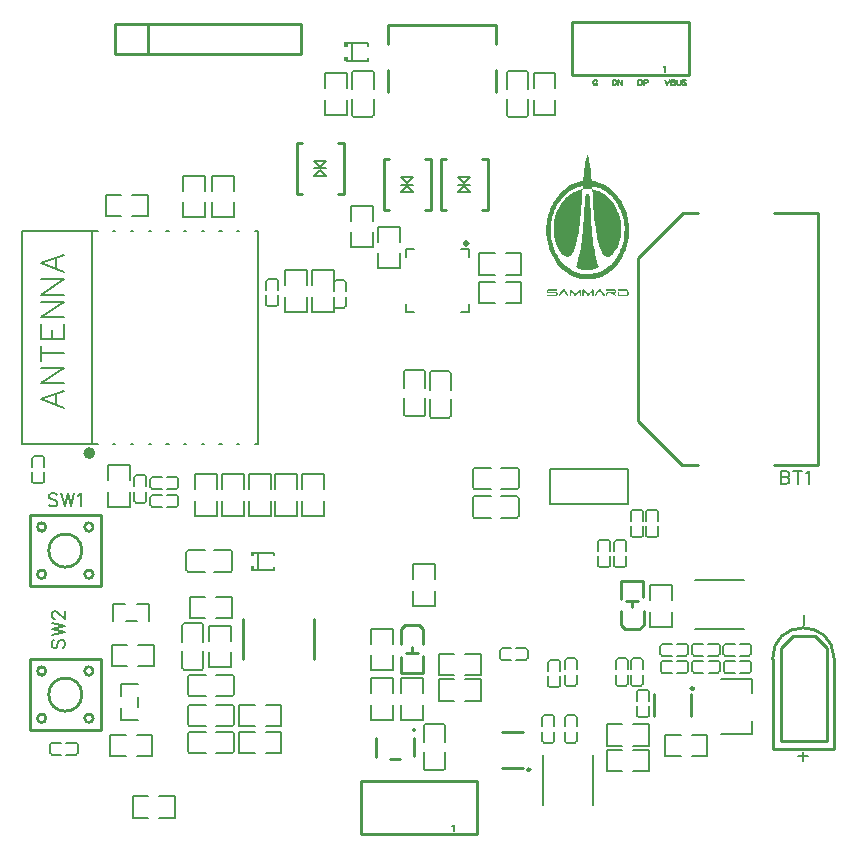
<source format=gto>
G04 Layer: TopSilkscreenLayer*
G04 EasyEDA v6.5.51, 2025-09-17 03:18:51*
G04 4aee9cc30035422d88a860af958d7afb,d57bd40a603b42be9e37e0d49851eb9c,10*
G04 Gerber Generator version 0.2*
G04 Scale: 100 percent, Rotated: No, Reflected: No *
G04 Dimensions in inches *
G04 leading zeros omitted , absolute positions ,3 integer and 6 decimal *
%FSLAX36Y36*%
%MOIN*%

%ADD10C,0.0080*%
%ADD11C,0.0060*%
%ADD12C,0.0100*%
%ADD13C,0.0060*%
%ADD14C,0.0050*%
%ADD15C,0.0079*%
%ADD16C,0.0118*%
%ADD17C,0.0197*%
%ADD18C,0.0194*%

%LPD*%
G36*
X1910280Y-459460D02*
G01*
X1909720Y-460540D01*
X1908680Y-463140D01*
X1907440Y-466900D01*
X1904920Y-476360D01*
X1903140Y-485460D01*
X1901660Y-494200D01*
X1899139Y-513000D01*
X1897580Y-527660D01*
X1896020Y-546080D01*
X1895760Y-547560D01*
X1890760Y-548320D01*
X1886020Y-549280D01*
X1881080Y-550480D01*
X1877920Y-551380D01*
X1872040Y-553280D01*
X1867840Y-554860D01*
X1862120Y-557260D01*
X1857960Y-559240D01*
X1852620Y-562100D01*
X1847300Y-565280D01*
X1844120Y-567300D01*
X1838400Y-571320D01*
X1831279Y-576980D01*
X1826940Y-580880D01*
X1822260Y-585400D01*
X1815080Y-593180D01*
X1809740Y-599740D01*
X1804460Y-606980D01*
X1801040Y-612260D01*
X1796639Y-619580D01*
X1794139Y-624280D01*
X1789860Y-633020D01*
X1785820Y-642740D01*
X1784180Y-647240D01*
X1782520Y-652200D01*
X1781360Y-655980D01*
X1779259Y-663540D01*
X1778040Y-668520D01*
X1776279Y-677600D01*
X1775460Y-682740D01*
X1774360Y-691560D01*
X1773860Y-697580D01*
X1773420Y-704659D01*
X1773420Y-712000D01*
X1788120Y-712000D01*
X1788300Y-702540D01*
X1789100Y-692620D01*
X1790080Y-685120D01*
X1791120Y-678900D01*
X1793580Y-667800D01*
X1795760Y-660240D01*
X1797980Y-653620D01*
X1799440Y-649599D01*
X1802720Y-641800D01*
X1805280Y-636380D01*
X1810080Y-627380D01*
X1813300Y-622180D01*
X1817100Y-616520D01*
X1821440Y-610600D01*
X1829120Y-601620D01*
X1835820Y-595000D01*
X1839580Y-591640D01*
X1846500Y-586100D01*
X1853000Y-581620D01*
X1860340Y-577280D01*
X1864480Y-575140D01*
X1867240Y-573860D01*
X1872560Y-571640D01*
X1878520Y-569420D01*
X1884139Y-567740D01*
X1892740Y-565800D01*
X1894680Y-565520D01*
X1894420Y-569240D01*
X1894180Y-575400D01*
X1893779Y-575980D01*
X1892760Y-575980D01*
X1887300Y-577160D01*
X1883360Y-578120D01*
X1879100Y-579320D01*
X1874960Y-580780D01*
X1871000Y-582340D01*
X1867840Y-583720D01*
X1862700Y-586260D01*
X1855000Y-590860D01*
X1850460Y-594040D01*
X1845120Y-598260D01*
X1840760Y-602180D01*
X1837020Y-605880D01*
X1835240Y-607760D01*
X1827120Y-617460D01*
X1825520Y-619580D01*
X1821720Y-625120D01*
X1818400Y-630460D01*
X1814440Y-637560D01*
X1811980Y-642520D01*
X1809440Y-647940D01*
X1806720Y-654560D01*
X1805140Y-658820D01*
X1802940Y-665440D01*
X1801380Y-671340D01*
X1800540Y-676420D01*
X1799780Y-681740D01*
X1798980Y-688600D01*
X1798580Y-693319D01*
X1798180Y-699479D01*
X1798020Y-708680D01*
X1798360Y-719320D01*
X1798779Y-724280D01*
X1799340Y-729140D01*
X1800360Y-735860D01*
X1801140Y-739880D01*
X1802500Y-745740D01*
X1803480Y-749340D01*
X1804660Y-753120D01*
X1805920Y-756760D01*
X1808920Y-764220D01*
X1811620Y-769800D01*
X1814460Y-774860D01*
X1816579Y-778180D01*
X1819880Y-782900D01*
X1823580Y-787420D01*
X1825940Y-790000D01*
X1830500Y-794280D01*
X1835240Y-798100D01*
X1837600Y-799460D01*
X1840820Y-800500D01*
X1844920Y-800500D01*
X1847480Y-799840D01*
X1849460Y-799040D01*
X1852260Y-797440D01*
X1855600Y-794620D01*
X1859079Y-790460D01*
X1861900Y-785980D01*
X1864580Y-780660D01*
X1868000Y-772140D01*
X1871140Y-762580D01*
X1873520Y-754060D01*
X1874700Y-749340D01*
X1876840Y-739700D01*
X1878839Y-729720D01*
X1880780Y-718860D01*
X1882980Y-704900D01*
X1884940Y-690480D01*
X1886720Y-675900D01*
X1888480Y-659060D01*
X1890480Y-636840D01*
X1891660Y-621480D01*
X1892640Y-606580D01*
X1893640Y-588860D01*
X1894000Y-580600D01*
X1894280Y-575980D01*
X1926579Y-575980D01*
X1927420Y-593480D01*
X1928620Y-613440D01*
X1930200Y-635180D01*
X1931960Y-655040D01*
X1933740Y-672520D01*
X1935740Y-689539D01*
X1937740Y-704200D01*
X1939720Y-716960D01*
X1941240Y-725699D01*
X1943440Y-737159D01*
X1946420Y-750520D01*
X1947620Y-755240D01*
X1949580Y-762340D01*
X1952000Y-769900D01*
X1954720Y-776979D01*
X1957880Y-784020D01*
X1960520Y-788560D01*
X1963680Y-793000D01*
X1966459Y-795699D01*
X1968880Y-797640D01*
X1971200Y-798980D01*
X1973980Y-800000D01*
X1975600Y-800500D01*
X1979900Y-800480D01*
X1982080Y-799840D01*
X1984040Y-799040D01*
X1985640Y-798080D01*
X1991240Y-793480D01*
X1994720Y-790240D01*
X2000200Y-783840D01*
X2003640Y-779120D01*
X2007800Y-772380D01*
X2010860Y-766440D01*
X2011680Y-764700D01*
X2014139Y-758800D01*
X2014940Y-756660D01*
X2016980Y-750560D01*
X2018520Y-744840D01*
X2019720Y-739640D01*
X2020700Y-734440D01*
X2021519Y-728900D01*
X2022520Y-718860D01*
X2022720Y-700660D01*
X2022280Y-693800D01*
X2021879Y-689080D01*
X2020920Y-680920D01*
X2019500Y-671580D01*
X2017920Y-665680D01*
X2016560Y-661420D01*
X2015580Y-658700D01*
X2015580Y-658460D01*
X2014740Y-656220D01*
X2010640Y-646300D01*
X2008480Y-641720D01*
X2006020Y-636840D01*
X2003660Y-632580D01*
X1998880Y-624800D01*
X1994940Y-619120D01*
X1993160Y-616760D01*
X1986220Y-608440D01*
X1983060Y-605100D01*
X1978680Y-600920D01*
X1973680Y-596620D01*
X1970800Y-594420D01*
X1964740Y-590160D01*
X1959340Y-586940D01*
X1953620Y-584040D01*
X1950740Y-582740D01*
X1947100Y-581240D01*
X1943140Y-579820D01*
X1940180Y-578880D01*
X1933760Y-577200D01*
X1929900Y-576420D01*
X1928240Y-575980D01*
X1927080Y-575980D01*
X1926680Y-575400D01*
X1926200Y-565300D01*
X1928920Y-565620D01*
X1933660Y-566580D01*
X1934800Y-567000D01*
X1935800Y-567000D01*
X1937020Y-567440D01*
X1942160Y-568860D01*
X1946699Y-570380D01*
X1953060Y-572880D01*
X1958560Y-575460D01*
X1962120Y-577280D01*
X1969440Y-581620D01*
X1975940Y-586100D01*
X1982860Y-591640D01*
X1987220Y-595560D01*
X1990960Y-599220D01*
X1995900Y-604540D01*
X2002440Y-612500D01*
X2006000Y-617460D01*
X2009160Y-622180D01*
X2012360Y-627380D01*
X2017160Y-636380D01*
X2019720Y-641800D01*
X2023000Y-649599D01*
X2025460Y-656460D01*
X2026680Y-660240D01*
X2028860Y-667800D01*
X2031320Y-678900D01*
X2032360Y-685120D01*
X2033340Y-692620D01*
X2034139Y-702540D01*
X2034319Y-712240D01*
X2033959Y-722860D01*
X2033560Y-727840D01*
X2032800Y-734680D01*
X2032180Y-738700D01*
X2030800Y-746500D01*
X2029259Y-753360D01*
X2027660Y-759260D01*
X2026399Y-763280D01*
X2026200Y-764360D01*
X2025840Y-764599D01*
X2025840Y-765300D01*
X2024259Y-769539D01*
X2024259Y-769760D01*
X2023240Y-772500D01*
X2020120Y-780060D01*
X2018500Y-783600D01*
X2015760Y-789140D01*
X2010780Y-798020D01*
X2010520Y-798259D01*
X2009560Y-799920D01*
X2005620Y-805819D01*
X2002180Y-810580D01*
X1997300Y-816640D01*
X1991360Y-823100D01*
X1987600Y-826820D01*
X1982140Y-831720D01*
X1976860Y-835939D01*
X1971800Y-839520D01*
X1968240Y-841860D01*
X1962940Y-844980D01*
X1960420Y-846360D01*
X1960240Y-846360D01*
X1958160Y-847500D01*
X1952820Y-849920D01*
X1946500Y-852420D01*
X1943740Y-853400D01*
X1936819Y-855360D01*
X1933060Y-856260D01*
X1924960Y-857680D01*
X1920420Y-858160D01*
X1914280Y-858640D01*
X1908160Y-858640D01*
X1902040Y-858160D01*
X1897480Y-857680D01*
X1890560Y-856500D01*
X1885640Y-855360D01*
X1878720Y-853400D01*
X1875940Y-852420D01*
X1869620Y-849920D01*
X1866459Y-848540D01*
X1862200Y-846360D01*
X1862020Y-846360D01*
X1859500Y-844980D01*
X1854199Y-841860D01*
X1849660Y-838860D01*
X1845580Y-835939D01*
X1840300Y-831720D01*
X1834840Y-826820D01*
X1830400Y-822360D01*
X1825140Y-816640D01*
X1820280Y-810580D01*
X1816819Y-805819D01*
X1813640Y-801100D01*
X1811000Y-796880D01*
X1806160Y-788100D01*
X1803959Y-783600D01*
X1802340Y-780060D01*
X1798180Y-769760D01*
X1798180Y-769539D01*
X1796600Y-765300D01*
X1796600Y-764599D01*
X1796240Y-764360D01*
X1796040Y-763280D01*
X1794800Y-759260D01*
X1793020Y-752580D01*
X1791440Y-745320D01*
X1790420Y-739880D01*
X1789660Y-734680D01*
X1788880Y-727840D01*
X1788500Y-722860D01*
X1788120Y-712000D01*
X1773420Y-712000D01*
X1773420Y-718139D01*
X1773839Y-725240D01*
X1774640Y-733740D01*
X1775040Y-737039D01*
X1776200Y-744620D01*
X1777420Y-751100D01*
X1778640Y-756660D01*
X1780960Y-765440D01*
X1783380Y-773199D01*
X1785760Y-779820D01*
X1789680Y-789280D01*
X1791800Y-793760D01*
X1794280Y-798740D01*
X1798360Y-806100D01*
X1801840Y-811720D01*
X1805160Y-816680D01*
X1810140Y-823540D01*
X1817240Y-832060D01*
X1823000Y-838080D01*
X1828520Y-843300D01*
X1834740Y-848600D01*
X1838980Y-851820D01*
X1844120Y-855420D01*
X1847300Y-857460D01*
X1852420Y-860480D01*
X1855920Y-862420D01*
X1856080Y-862420D01*
X1858160Y-863560D01*
X1861320Y-865080D01*
X1866660Y-867380D01*
X1870800Y-869000D01*
X1874760Y-870420D01*
X1881279Y-872320D01*
X1884240Y-873060D01*
X1888800Y-874020D01*
X1892840Y-874740D01*
X1897680Y-875400D01*
X1904000Y-876020D01*
X1918440Y-876020D01*
X1924760Y-875400D01*
X1929600Y-874740D01*
X1936220Y-873500D01*
X1942540Y-871900D01*
X1947680Y-870420D01*
X1955400Y-867600D01*
X1956180Y-867180D01*
X1957960Y-866480D01*
X1961120Y-865080D01*
X1966380Y-862420D01*
X1966519Y-862420D01*
X1970020Y-860480D01*
X1975160Y-857460D01*
X1982260Y-852660D01*
X1987700Y-848600D01*
X1993940Y-843300D01*
X1999440Y-838080D01*
X2005200Y-832060D01*
X2012320Y-823540D01*
X2018100Y-815520D01*
X2020620Y-811720D01*
X2024100Y-806100D01*
X2028180Y-798740D01*
X2030660Y-793760D01*
X2033160Y-788340D01*
X2036100Y-781240D01*
X2037700Y-777060D01*
X2037700Y-776860D01*
X2038800Y-773920D01*
X2041500Y-765440D01*
X2043640Y-757380D01*
X2044840Y-752000D01*
X2045800Y-747220D01*
X2047420Y-737039D01*
X2048180Y-729960D01*
X2048600Y-725240D01*
X2049019Y-718139D01*
X2049019Y-704659D01*
X2048600Y-697580D01*
X2048080Y-691560D01*
X2047200Y-684220D01*
X2046360Y-678680D01*
X2044400Y-668520D01*
X2043400Y-664500D01*
X2041100Y-655980D01*
X2038260Y-647240D01*
X2036620Y-642760D01*
X2032380Y-632580D01*
X2029760Y-627160D01*
X2025400Y-618880D01*
X2021420Y-612260D01*
X2019440Y-609180D01*
X2019220Y-608960D01*
X2017020Y-605640D01*
X2012700Y-599740D01*
X2007380Y-593180D01*
X2002820Y-588160D01*
X2000180Y-585400D01*
X1995520Y-580880D01*
X1991160Y-576980D01*
X1984040Y-571320D01*
X1979700Y-568240D01*
X1976740Y-566280D01*
X1968940Y-561620D01*
X1964480Y-559240D01*
X1960340Y-557260D01*
X1955980Y-555400D01*
X1949760Y-553060D01*
X1946200Y-551880D01*
X1942200Y-550720D01*
X1935620Y-549080D01*
X1930880Y-548140D01*
X1925060Y-547360D01*
X1924860Y-546960D01*
X1923860Y-534620D01*
X1923100Y-526300D01*
X1921320Y-509920D01*
X1919540Y-496760D01*
X1918500Y-490080D01*
X1916960Y-481560D01*
X1914620Y-471160D01*
X1912600Y-464320D01*
X1910640Y-459460D01*
G37*
G36*
X1909940Y-590440D02*
G01*
X1908560Y-590780D01*
X1906279Y-592040D01*
X1904199Y-594560D01*
X1903140Y-597140D01*
X1902580Y-599260D01*
X1902140Y-602580D01*
X1901940Y-608960D01*
X1901140Y-625960D01*
X1899960Y-648060D01*
X1899180Y-660939D01*
X1898160Y-675840D01*
X1896800Y-693920D01*
X1894820Y-716480D01*
X1893260Y-731840D01*
X1891480Y-747260D01*
X1889480Y-762280D01*
X1887920Y-772740D01*
X1886120Y-783379D01*
X1883380Y-797560D01*
X1880640Y-809360D01*
X1878800Y-815980D01*
X1876759Y-822140D01*
X1875620Y-825200D01*
X1874520Y-827800D01*
X1872100Y-832580D01*
X1872100Y-834700D01*
X1873100Y-835920D01*
X1878640Y-838560D01*
X1883860Y-840620D01*
X1888200Y-842060D01*
X1891560Y-843000D01*
X1896100Y-843960D01*
X1899860Y-844580D01*
X1921000Y-844580D01*
X1927140Y-843500D01*
X1930680Y-842600D01*
X1934240Y-841580D01*
X1940960Y-839060D01*
X1947760Y-835920D01*
X1948779Y-834700D01*
X1948779Y-832620D01*
X1947640Y-830639D01*
X1946600Y-828520D01*
X1944660Y-823780D01*
X1943700Y-821180D01*
X1941819Y-815300D01*
X1939660Y-807120D01*
X1937900Y-799680D01*
X1936100Y-790939D01*
X1934120Y-780180D01*
X1932360Y-769180D01*
X1930580Y-756900D01*
X1928820Y-742840D01*
X1927040Y-726760D01*
X1925260Y-708460D01*
X1923460Y-687000D01*
X1921680Y-661660D01*
X1920900Y-648780D01*
X1919740Y-627160D01*
X1918560Y-601160D01*
X1918200Y-599020D01*
X1917500Y-596660D01*
X1916300Y-594100D01*
X1914580Y-592080D01*
X1912120Y-590680D01*
G37*
G36*
X1830500Y-907580D02*
G01*
X1829300Y-907960D01*
X1827820Y-908800D01*
X1826040Y-911220D01*
X1816540Y-926600D01*
X1815740Y-927780D01*
X1815340Y-928960D01*
X1815560Y-930560D01*
X1816639Y-931900D01*
X1818460Y-931900D01*
X1819660Y-930380D01*
X1827520Y-917840D01*
X1827740Y-917600D01*
X1829000Y-915480D01*
X1831000Y-913000D01*
X1831639Y-913000D01*
X1832940Y-914180D01*
X1843480Y-931000D01*
X1844300Y-931900D01*
X1846120Y-931900D01*
X1847140Y-930600D01*
X1847400Y-929720D01*
X1847140Y-928100D01*
X1838420Y-914060D01*
X1838180Y-913820D01*
X1836040Y-910280D01*
X1834900Y-908780D01*
X1833100Y-907760D01*
G37*
G36*
X1951040Y-907600D02*
G01*
X1950060Y-907820D01*
X1948760Y-908540D01*
X1947340Y-910040D01*
X1936120Y-928080D01*
X1935880Y-929520D01*
X1936120Y-930660D01*
X1937160Y-931900D01*
X1939019Y-931900D01*
X1940020Y-930600D01*
X1950380Y-914180D01*
X1951680Y-913000D01*
X1952320Y-913000D01*
X1954000Y-915020D01*
X1955580Y-917600D01*
X1955800Y-917840D01*
X1956759Y-919500D01*
X1957000Y-919740D01*
X1957940Y-921400D01*
X1958180Y-921620D01*
X1959120Y-923280D01*
X1959360Y-923520D01*
X1960320Y-925180D01*
X1960560Y-925400D01*
X1964019Y-931080D01*
X1964760Y-931900D01*
X1966680Y-931900D01*
X1967820Y-930500D01*
X1967820Y-928420D01*
X1956240Y-909820D01*
X1955360Y-908800D01*
X1953680Y-907780D01*
G37*
G36*
X1808500Y-908740D02*
G01*
X1778720Y-908780D01*
X1777000Y-909760D01*
X1775400Y-911700D01*
X1774460Y-914200D01*
X1774460Y-917300D01*
X1775660Y-920300D01*
X1777300Y-921979D01*
X1779420Y-922920D01*
X1805520Y-922920D01*
X1806279Y-923420D01*
X1806879Y-924820D01*
X1806279Y-926220D01*
X1805520Y-926700D01*
X1777280Y-926700D01*
X1776200Y-927740D01*
X1775660Y-929260D01*
X1776100Y-930840D01*
X1777020Y-931900D01*
X1806660Y-931900D01*
X1808560Y-930680D01*
X1810020Y-928980D01*
X1810900Y-926820D01*
X1810900Y-922800D01*
X1810180Y-921160D01*
X1809040Y-919400D01*
X1807560Y-918319D01*
X1806180Y-917740D01*
X1779960Y-917720D01*
X1778820Y-916760D01*
X1778820Y-914980D01*
X1779720Y-913940D01*
X1807880Y-913940D01*
X1808980Y-913259D01*
X1809640Y-912080D01*
X1809640Y-910220D01*
G37*
G36*
X1856980Y-908740D02*
G01*
X1854199Y-908780D01*
X1852920Y-909740D01*
X1851840Y-911940D01*
X1851840Y-930460D01*
X1853000Y-931900D01*
X1854800Y-931900D01*
X1855420Y-931320D01*
X1856080Y-930140D01*
X1856080Y-916900D01*
X1856320Y-915840D01*
X1856620Y-915840D01*
X1866220Y-928960D01*
X1868040Y-931220D01*
X1869180Y-931900D01*
X1872100Y-931900D01*
X1873600Y-930780D01*
X1883779Y-916900D01*
X1884760Y-915840D01*
X1885140Y-916100D01*
X1885140Y-930400D01*
X1886260Y-931900D01*
X1888260Y-931900D01*
X1889480Y-930140D01*
X1889480Y-912840D01*
X1888880Y-910759D01*
X1888200Y-909800D01*
X1886960Y-908740D01*
X1884280Y-908740D01*
X1882660Y-909880D01*
X1872200Y-924160D01*
X1871879Y-924820D01*
X1870720Y-925540D01*
X1869760Y-925260D01*
X1858920Y-910520D01*
G37*
G36*
X1899000Y-908740D02*
G01*
X1896300Y-908800D01*
X1895420Y-909380D01*
X1894640Y-910220D01*
X1893839Y-912280D01*
X1893839Y-930240D01*
X1895060Y-931900D01*
X1896920Y-931900D01*
X1898080Y-930460D01*
X1898280Y-915960D01*
X1898760Y-915960D01*
X1907960Y-928480D01*
X1910100Y-931200D01*
X1911279Y-931900D01*
X1914199Y-931900D01*
X1915760Y-930680D01*
X1926680Y-915840D01*
X1927040Y-915840D01*
X1927040Y-929479D01*
X1927600Y-931080D01*
X1928420Y-931900D01*
X1930320Y-931900D01*
X1931480Y-930460D01*
X1931480Y-912180D01*
X1930780Y-910440D01*
X1929139Y-908740D01*
X1926320Y-908740D01*
X1924560Y-910100D01*
X1913899Y-924760D01*
X1912820Y-925540D01*
X1911840Y-925240D01*
X1900740Y-910180D01*
G37*
G36*
X1973580Y-908740D02*
G01*
X1972440Y-909820D01*
X1972280Y-911940D01*
X1972800Y-913120D01*
X1974160Y-913940D01*
X2002060Y-913940D01*
X2002920Y-915040D01*
X2002920Y-916420D01*
X2002420Y-917180D01*
X2001560Y-917720D01*
X1976459Y-917720D01*
X1974360Y-918840D01*
X1973320Y-920220D01*
X1972400Y-922099D01*
X1972240Y-929560D01*
X1972480Y-930660D01*
X1973540Y-931900D01*
X1975380Y-931900D01*
X1976540Y-930460D01*
X1976780Y-923760D01*
X1976840Y-923640D01*
X1978000Y-922920D01*
X1988600Y-922920D01*
X1991600Y-923620D01*
X1994700Y-924860D01*
X1997860Y-926760D01*
X2000460Y-928640D01*
X2004259Y-931900D01*
X2005880Y-931900D01*
X2006720Y-931080D01*
X2007280Y-929800D01*
X2007280Y-928580D01*
X2005400Y-926340D01*
X2001740Y-923319D01*
X2001740Y-922980D01*
X2003620Y-922380D01*
X2005200Y-921080D01*
X2006220Y-919740D01*
X2006840Y-918319D01*
X2007280Y-916720D01*
X2007280Y-914680D01*
X2006459Y-912099D01*
X2004940Y-910020D01*
X2002760Y-908740D01*
G37*
G36*
X2012780Y-908740D02*
G01*
X2011620Y-910120D01*
X2011620Y-912080D01*
X2012280Y-913259D01*
X2013380Y-913940D01*
X2040300Y-913940D01*
X2041800Y-914860D01*
X2043040Y-916560D01*
X2043640Y-918259D01*
X2043640Y-922460D01*
X2042800Y-924580D01*
X2041440Y-926000D01*
X2040020Y-926700D01*
X2015960Y-926700D01*
X2015960Y-919340D01*
X2014620Y-917720D01*
X2012840Y-917720D01*
X2011620Y-919180D01*
X2011620Y-930460D01*
X2012840Y-931900D01*
X2041579Y-931900D01*
X2043680Y-930699D01*
X2045660Y-928480D01*
X2046720Y-926600D01*
X2047540Y-924000D01*
X2048040Y-921760D01*
X2047840Y-917600D01*
X2047160Y-915240D01*
X2046600Y-913760D01*
X2045060Y-911300D01*
X2042860Y-909340D01*
X2041260Y-908740D01*
G37*
D10*
X1943422Y-214609D02*
G01*
X1942527Y-212820D01*
X1940736Y-211030D01*
X1938948Y-210136D01*
X1935369Y-210136D01*
X1933578Y-211030D01*
X1931790Y-212820D01*
X1930895Y-214609D01*
X1930000Y-217294D01*
X1930000Y-221768D01*
X1930895Y-224452D01*
X1931790Y-226242D01*
X1933578Y-228031D01*
X1935369Y-228926D01*
X1938948Y-228926D01*
X1940736Y-228031D01*
X1942527Y-226242D01*
X1943422Y-224452D01*
X1943422Y-221768D01*
X1938948Y-221768D02*
G01*
X1943422Y-221768D01*
X2170000Y-210100D02*
G01*
X2177200Y-228899D01*
X2184300Y-210100D02*
G01*
X2177200Y-228899D01*
X2190200Y-210100D02*
G01*
X2190200Y-228899D01*
X2190200Y-210100D02*
G01*
X2198299Y-210100D01*
X2201000Y-210999D01*
X2201899Y-211900D01*
X2202700Y-213699D01*
X2202700Y-215500D01*
X2201899Y-217300D01*
X2201000Y-218200D01*
X2198299Y-219099D01*
X2190200Y-219099D02*
G01*
X2198299Y-219099D01*
X2201000Y-220000D01*
X2201899Y-220900D01*
X2202700Y-222699D01*
X2202700Y-225300D01*
X2201899Y-227100D01*
X2201000Y-228000D01*
X2198299Y-228899D01*
X2190200Y-228899D01*
X2208699Y-210100D02*
G01*
X2208699Y-223600D01*
X2209499Y-226199D01*
X2211300Y-228000D01*
X2213999Y-228899D01*
X2215799Y-228899D01*
X2218500Y-228000D01*
X2220299Y-226199D01*
X2221199Y-223600D01*
X2221199Y-210100D01*
X2239600Y-212800D02*
G01*
X2237799Y-210999D01*
X2235100Y-210100D01*
X2231599Y-210100D01*
X2228900Y-210999D01*
X2227100Y-212800D01*
X2227100Y-214600D01*
X2228000Y-216399D01*
X2228900Y-217300D01*
X2230699Y-218200D01*
X2236000Y-220000D01*
X2237799Y-220900D01*
X2238699Y-221799D01*
X2239600Y-223600D01*
X2239600Y-226199D01*
X2237799Y-228000D01*
X2235100Y-228899D01*
X2231599Y-228899D01*
X2228900Y-228000D01*
X2227100Y-226199D01*
X1995000Y-210100D02*
G01*
X1995000Y-228899D01*
X1995000Y-210100D02*
G01*
X2001300Y-210100D01*
X2003900Y-210999D01*
X2005699Y-212800D01*
X2006599Y-214600D01*
X2007500Y-217300D01*
X2007500Y-221799D01*
X2006599Y-224499D01*
X2005699Y-226199D01*
X2003900Y-228000D01*
X2001300Y-228899D01*
X1995000Y-228899D01*
X2013400Y-210100D02*
G01*
X2013400Y-228899D01*
X2013400Y-210100D02*
G01*
X2026000Y-228899D01*
X2026000Y-210100D02*
G01*
X2026000Y-228899D01*
X2080000Y-210100D02*
G01*
X2080000Y-228899D01*
X2080000Y-210100D02*
G01*
X2086300Y-210100D01*
X2088900Y-210999D01*
X2090699Y-212800D01*
X2091599Y-214600D01*
X2092500Y-217300D01*
X2092500Y-221799D01*
X2091599Y-224499D01*
X2090699Y-226199D01*
X2088900Y-228000D01*
X2086300Y-228899D01*
X2080000Y-228899D01*
X2098400Y-210100D02*
G01*
X2098400Y-228899D01*
X2098400Y-210100D02*
G01*
X2106499Y-210100D01*
X2109200Y-210999D01*
X2110100Y-211900D01*
X2111000Y-213699D01*
X2111000Y-216399D01*
X2110100Y-218200D01*
X2109200Y-219099D01*
X2106499Y-220000D01*
X2098400Y-220000D01*
D11*
X143600Y-1595700D02*
G01*
X139499Y-1591599D01*
X133400Y-1589600D01*
X125199Y-1589600D01*
X119099Y-1591599D01*
X115000Y-1595700D01*
X115000Y-1599800D01*
X116999Y-1603899D01*
X119099Y-1605999D01*
X123200Y-1608000D01*
X135500Y-1612100D01*
X139499Y-1614099D01*
X141599Y-1616199D01*
X143600Y-1620300D01*
X143600Y-1626399D01*
X139499Y-1630500D01*
X133400Y-1632500D01*
X125199Y-1632500D01*
X119099Y-1630500D01*
X115000Y-1626399D01*
X157100Y-1589600D02*
G01*
X167399Y-1632500D01*
X177600Y-1589600D02*
G01*
X167399Y-1632500D01*
X177600Y-1589600D02*
G01*
X187800Y-1632500D01*
X198000Y-1589600D02*
G01*
X187800Y-1632500D01*
X211500Y-1597800D02*
G01*
X215599Y-1595700D01*
X221799Y-1589600D01*
X221799Y-1632500D01*
X130700Y-2076399D02*
G01*
X126599Y-2080500D01*
X124600Y-2086599D01*
X124600Y-2094800D01*
X126599Y-2100900D01*
X130700Y-2105000D01*
X134800Y-2105000D01*
X138899Y-2103000D01*
X140999Y-2100900D01*
X143000Y-2096799D01*
X147100Y-2084499D01*
X149099Y-2080500D01*
X151199Y-2078400D01*
X155300Y-2076399D01*
X161399Y-2076399D01*
X165500Y-2080500D01*
X167500Y-2086599D01*
X167500Y-2094800D01*
X165500Y-2100900D01*
X161399Y-2105000D01*
X124600Y-2062899D02*
G01*
X167500Y-2052600D01*
X124600Y-2042399D02*
G01*
X167500Y-2052600D01*
X124600Y-2042399D02*
G01*
X167500Y-2032199D01*
X124600Y-2021999D02*
G01*
X167500Y-2032199D01*
X134800Y-2006399D02*
G01*
X132800Y-2006399D01*
X128699Y-2004400D01*
X126599Y-2002300D01*
X124600Y-1998200D01*
X124600Y-1990000D01*
X126599Y-1985999D01*
X128699Y-1983899D01*
X132800Y-1981900D01*
X136900Y-1981900D01*
X140999Y-1983899D01*
X147100Y-1988000D01*
X167500Y-2008499D01*
X167500Y-1979800D01*
X2555000Y-1514600D02*
G01*
X2555000Y-1557500D01*
X2555000Y-1514600D02*
G01*
X2573400Y-1514600D01*
X2579499Y-1516599D01*
X2581599Y-1518699D01*
X2583599Y-1522800D01*
X2583599Y-1526900D01*
X2581599Y-1530999D01*
X2579499Y-1533000D01*
X2573400Y-1535000D01*
X2555000Y-1535000D02*
G01*
X2573400Y-1535000D01*
X2579499Y-1537100D01*
X2581599Y-1539099D01*
X2583599Y-1543200D01*
X2583599Y-1549400D01*
X2581599Y-1553499D01*
X2579499Y-1555500D01*
X2573400Y-1557500D01*
X2555000Y-1557500D01*
X2611499Y-1514600D02*
G01*
X2611499Y-1557500D01*
X2597100Y-1514600D02*
G01*
X2625799Y-1514600D01*
X2639300Y-1522800D02*
G01*
X2643400Y-1520700D01*
X2649499Y-1514600D01*
X2649499Y-1557500D01*
D10*
X2633299Y-1994994D02*
G01*
X2633299Y-2027195D01*
X2644399Y-2466095D02*
G01*
X2612100Y-2466095D01*
X2628299Y-2449994D02*
G01*
X2628299Y-2482195D01*
D11*
X1460000Y-2698699D02*
G01*
X1461800Y-2697800D01*
X1464499Y-2695100D01*
X1464499Y-2714200D01*
X2165000Y-168699D02*
G01*
X2166800Y-167800D01*
X2169499Y-165100D01*
X2169499Y-184200D01*
D10*
X89319Y-1275875D02*
G01*
X165619Y-1304976D01*
X89319Y-1275875D02*
G01*
X165619Y-1246775D01*
X140219Y-1294076D02*
G01*
X140219Y-1257676D01*
X89319Y-1222775D02*
G01*
X165619Y-1222775D01*
X89319Y-1222775D02*
G01*
X165619Y-1171876D01*
X89319Y-1171876D02*
G01*
X165619Y-1171876D01*
X89319Y-1122476D02*
G01*
X165619Y-1122476D01*
X89319Y-1147876D02*
G01*
X89319Y-1096975D01*
X89319Y-1072975D02*
G01*
X165619Y-1072975D01*
X89319Y-1072975D02*
G01*
X89319Y-1025675D01*
X125619Y-1072975D02*
G01*
X125619Y-1043876D01*
X165619Y-1072975D02*
G01*
X165619Y-1025675D01*
X89319Y-1001676D02*
G01*
X165619Y-1001676D01*
X89319Y-1001676D02*
G01*
X165619Y-950776D01*
X89319Y-950776D02*
G01*
X165619Y-950776D01*
X89319Y-926775D02*
G01*
X165619Y-926775D01*
X89319Y-926775D02*
G01*
X165619Y-875875D01*
X89319Y-875875D02*
G01*
X165619Y-875875D01*
X89319Y-822775D02*
G01*
X165619Y-851876D01*
X89319Y-822775D02*
G01*
X165619Y-793676D01*
X140219Y-840976D02*
G01*
X140219Y-804675D01*
G36*
X787480Y-1783400D02*
G01*
X787480Y-1797280D01*
X799479Y-1797280D01*
X799479Y-1783400D01*
G37*
G36*
X787480Y-1832720D02*
G01*
X787480Y-1846600D01*
X799479Y-1846600D01*
X799479Y-1832720D01*
G37*
G36*
X1099740Y-86160D02*
G01*
X1099740Y-100040D01*
X1111740Y-100040D01*
X1111740Y-86160D01*
G37*
G36*
X1099740Y-135460D02*
G01*
X1099740Y-149340D01*
X1111740Y-149340D01*
X1111740Y-135460D01*
G37*
D12*
X288110Y-1661894D02*
G01*
X288110Y-1898114D01*
X51889Y-1898114D01*
X51889Y-1661894D01*
X288110Y-1661894D01*
X51889Y-2378114D02*
G01*
X51889Y-2141894D01*
X288110Y-2141894D01*
X288110Y-2378114D01*
X51889Y-2378114D01*
X2277804Y-1495300D02*
G01*
X2227105Y-1495300D01*
X2078204Y-1346500D01*
X2078204Y-1330900D01*
X2078204Y-818600D02*
G01*
X2078204Y-1330657D01*
X2078234Y-1330904D01*
X2277804Y-654699D02*
G01*
X2227804Y-654699D01*
X2078204Y-804299D01*
X2078204Y-818600D01*
X2537773Y-654724D02*
G01*
X2532214Y-654724D01*
X2532214Y-654724D02*
G01*
X2680595Y-654724D01*
X2680595Y-1495275D01*
X2680595Y-1495275D02*
G01*
X2532214Y-1495275D01*
D11*
X1641675Y-186444D02*
G01*
X1641675Y-241956D01*
X1712825Y-241956D02*
G01*
X1712825Y-186444D01*
X1706826Y-180444D02*
G01*
X1647676Y-180444D01*
X1641675Y-329058D02*
G01*
X1641675Y-273546D01*
X1712825Y-273546D02*
G01*
X1712825Y-329058D01*
X1706826Y-335057D02*
G01*
X1647676Y-335057D01*
X1126675Y-186444D02*
G01*
X1126675Y-241956D01*
X1197825Y-241956D02*
G01*
X1197825Y-186444D01*
X1191826Y-180444D02*
G01*
X1132676Y-180444D01*
X1126675Y-329058D02*
G01*
X1126675Y-273546D01*
X1197825Y-273546D02*
G01*
X1197825Y-329058D01*
X1191826Y-335057D02*
G01*
X1132676Y-335057D01*
X578692Y-1850574D02*
G01*
X634205Y-1850574D01*
X634205Y-1779425D02*
G01*
X578692Y-1779425D01*
X572692Y-1785425D02*
G01*
X572692Y-1844574D01*
X721307Y-1850574D02*
G01*
X665794Y-1850574D01*
X665794Y-1779425D02*
G01*
X721307Y-1779425D01*
X727307Y-1785425D02*
G01*
X727307Y-1844574D01*
X1364425Y-2363692D02*
G01*
X1364425Y-2419205D01*
X1435574Y-2419205D02*
G01*
X1435574Y-2363692D01*
X1429575Y-2357692D02*
G01*
X1370424Y-2357692D01*
X1364425Y-2506307D02*
G01*
X1364425Y-2450794D01*
X1435574Y-2450794D02*
G01*
X1435574Y-2506307D01*
X1429575Y-2512307D02*
G01*
X1370424Y-2512307D01*
X1455574Y-1331307D02*
G01*
X1455574Y-1275794D01*
X1384425Y-1275794D02*
G01*
X1384425Y-1331307D01*
X1390424Y-1337307D02*
G01*
X1449575Y-1337307D01*
X1455574Y-1188692D02*
G01*
X1455574Y-1244205D01*
X1384425Y-1244205D02*
G01*
X1384425Y-1188692D01*
X1390424Y-1182692D02*
G01*
X1449575Y-1182692D01*
X1370574Y-1326307D02*
G01*
X1370574Y-1270794D01*
X1299425Y-1270794D02*
G01*
X1299425Y-1326307D01*
X1305424Y-1332307D02*
G01*
X1364575Y-1332307D01*
X1370574Y-1183692D02*
G01*
X1370574Y-1239205D01*
X1299425Y-1239205D02*
G01*
X1299425Y-1183692D01*
X1305424Y-1177692D02*
G01*
X1364575Y-1177692D01*
X1533693Y-1670574D02*
G01*
X1589205Y-1670574D01*
X1589205Y-1599425D02*
G01*
X1533693Y-1599425D01*
X1527692Y-1605425D02*
G01*
X1527692Y-1664574D01*
X1676306Y-1670574D02*
G01*
X1620794Y-1670574D01*
X1620794Y-1599425D02*
G01*
X1676306Y-1599425D01*
X1682307Y-1605425D02*
G01*
X1682307Y-1664574D01*
X1533693Y-1575574D02*
G01*
X1589205Y-1575574D01*
X1589205Y-1504425D02*
G01*
X1533693Y-1504425D01*
X1527692Y-1510425D02*
G01*
X1527692Y-1569574D01*
X1676306Y-1575574D02*
G01*
X1620794Y-1575574D01*
X1620794Y-1504425D02*
G01*
X1676306Y-1504425D01*
X1682307Y-1510425D02*
G01*
X1682307Y-1569574D01*
X583692Y-2455574D02*
G01*
X639205Y-2455574D01*
X639205Y-2384425D02*
G01*
X583692Y-2384425D01*
X577692Y-2390425D02*
G01*
X577692Y-2449575D01*
X726307Y-2455574D02*
G01*
X670794Y-2455574D01*
X670794Y-2384425D02*
G01*
X726307Y-2384425D01*
X732307Y-2390425D02*
G01*
X732307Y-2449575D01*
X583692Y-2365574D02*
G01*
X639205Y-2365574D01*
X639205Y-2294425D02*
G01*
X583692Y-2294425D01*
X577692Y-2300425D02*
G01*
X577692Y-2359575D01*
X726307Y-2365574D02*
G01*
X670794Y-2365574D01*
X670794Y-2294425D02*
G01*
X726307Y-2294425D01*
X732307Y-2300425D02*
G01*
X732307Y-2359575D01*
X583692Y-2265574D02*
G01*
X639205Y-2265574D01*
X639205Y-2194425D02*
G01*
X583692Y-2194425D01*
X577692Y-2200425D02*
G01*
X577692Y-2259575D01*
X726307Y-2265574D02*
G01*
X670794Y-2265574D01*
X670794Y-2194425D02*
G01*
X726307Y-2194425D01*
X732307Y-2200425D02*
G01*
X732307Y-2259575D01*
X630574Y-2171307D02*
G01*
X630574Y-2115794D01*
X559425Y-2115794D02*
G01*
X559425Y-2171307D01*
X565425Y-2177307D02*
G01*
X624574Y-2177307D01*
X630574Y-2028692D02*
G01*
X630574Y-2084205D01*
X559425Y-2084205D02*
G01*
X559425Y-2028692D01*
X565425Y-2022692D02*
G01*
X624574Y-2022692D01*
D12*
X2732362Y-2440781D02*
G01*
X2527637Y-2440781D01*
X2527637Y-2440781D02*
G01*
X2527622Y-2141334D01*
X2732362Y-2137761D02*
G01*
X2732362Y-2440781D01*
X2710000Y-2414994D02*
G01*
X2555000Y-2414994D01*
X2555000Y-2104994D01*
X2595000Y-2064994D01*
X2670000Y-2064994D01*
X2710000Y-2104994D01*
X2710000Y-2414994D01*
D13*
X865482Y-1843591D02*
G01*
X865482Y-1835471D01*
X865482Y-1786408D02*
G01*
X865482Y-1794133D01*
D11*
X796487Y-1786408D02*
G01*
X865482Y-1786408D01*
X796487Y-1843591D02*
G01*
X865482Y-1843591D01*
X812411Y-1786408D02*
G01*
X812411Y-1843591D01*
D13*
X1177732Y-146341D02*
G01*
X1177732Y-138222D01*
X1177732Y-89160D02*
G01*
X1177732Y-96885D01*
D11*
X1108738Y-89160D02*
G01*
X1177732Y-89160D01*
X1108738Y-146341D02*
G01*
X1177732Y-146341D01*
X1124661Y-89160D02*
G01*
X1124661Y-146341D01*
D12*
X1560002Y-645000D02*
G01*
X1578743Y-645000D01*
X1578743Y-475000D01*
X1560002Y-475000D01*
X1440002Y-645000D02*
G01*
X1421262Y-645000D01*
X1421262Y-475000D01*
X1440002Y-475000D01*
D14*
X1520002Y-560000D02*
G01*
X1480002Y-560000D01*
X1480002Y-535000D02*
G01*
X1520002Y-535000D01*
X1500002Y-555000D01*
X1480002Y-535000D01*
X1520002Y-585000D02*
G01*
X1480002Y-585000D01*
X1500002Y-565000D01*
X1520002Y-585000D01*
D12*
X1370002Y-645000D02*
G01*
X1388743Y-645000D01*
X1388743Y-475000D01*
X1370002Y-475000D01*
X1250002Y-645000D02*
G01*
X1231262Y-645000D01*
X1231262Y-475000D01*
X1250002Y-475000D01*
D14*
X1330002Y-560000D02*
G01*
X1290002Y-560000D01*
X1290002Y-535000D02*
G01*
X1330002Y-535000D01*
X1310002Y-555000D01*
X1290002Y-535000D01*
X1330002Y-585000D02*
G01*
X1290002Y-585000D01*
X1310002Y-565000D01*
X1330002Y-585000D01*
D10*
X1761999Y-2626853D02*
G01*
X1761999Y-2461500D01*
X1927353Y-2626853D02*
G01*
X1927353Y-2461500D01*
D12*
X445000Y-25787D02*
G01*
X445000Y-124212D01*
X335158Y-124212D02*
G01*
X954841Y-124212D01*
X335158Y-25787D02*
G01*
X335158Y-124212D01*
X954841Y-25787D02*
G01*
X335158Y-25787D01*
X954841Y-124212D02*
G01*
X954841Y-25787D01*
D11*
X450086Y-2013591D02*
G01*
X450086Y-1956408D01*
X409472Y-1956408D01*
X329913Y-2013591D02*
G01*
X329913Y-1956408D01*
X370527Y-1956408D01*
X407928Y-2013591D02*
G01*
X372071Y-2013591D01*
X413591Y-2224913D02*
G01*
X356408Y-2224913D01*
X356408Y-2265527D01*
X413591Y-2345086D02*
G01*
X356408Y-2345086D01*
X356408Y-2304472D01*
X413591Y-2267071D02*
G01*
X413591Y-2302928D01*
X783894Y-1613748D02*
G01*
X783894Y-1664335D01*
X856105Y-1664335D01*
X856105Y-1613748D01*
X783894Y-1576251D02*
G01*
X783894Y-1525664D01*
X856105Y-1525664D01*
X856105Y-1576251D01*
X676105Y-1576251D02*
G01*
X676105Y-1525664D01*
X603894Y-1525664D01*
X603894Y-1576251D01*
X676105Y-1613748D02*
G01*
X676105Y-1664335D01*
X603894Y-1664335D01*
X603894Y-1613748D01*
X376251Y-2093894D02*
G01*
X325664Y-2093894D01*
X325664Y-2166106D01*
X376251Y-2166106D01*
X413748Y-2093894D02*
G01*
X464335Y-2093894D01*
X464335Y-2166106D01*
X413748Y-2166106D01*
X1261105Y-2256251D02*
G01*
X1261105Y-2205664D01*
X1188894Y-2205664D01*
X1188894Y-2256251D01*
X1261105Y-2293748D02*
G01*
X1261105Y-2344335D01*
X1188894Y-2344335D01*
X1188894Y-2293748D01*
X2063747Y-2516106D02*
G01*
X2114336Y-2516106D01*
X2114336Y-2443894D01*
X2063747Y-2443894D01*
X2026252Y-2516106D02*
G01*
X1975663Y-2516106D01*
X1975663Y-2443894D01*
X2026252Y-2443894D01*
X386105Y-1546251D02*
G01*
X386105Y-1495664D01*
X313894Y-1495664D01*
X313894Y-1546251D01*
X386105Y-1583748D02*
G01*
X386105Y-1634335D01*
X313894Y-1634335D01*
X313894Y-1583748D01*
X408748Y-2466106D02*
G01*
X459335Y-2466106D01*
X459335Y-2393894D01*
X408748Y-2393894D01*
X371251Y-2466106D02*
G01*
X320664Y-2466106D01*
X320664Y-2393894D01*
X371251Y-2393894D01*
X2118894Y-1983748D02*
G01*
X2118894Y-2034335D01*
X2191106Y-2034335D01*
X2191106Y-1983748D01*
X2118894Y-1946251D02*
G01*
X2118894Y-1895664D01*
X2191106Y-1895664D01*
X2191106Y-1946251D01*
X1288894Y-2293748D02*
G01*
X1288894Y-2344335D01*
X1361105Y-2344335D01*
X1361105Y-2293748D01*
X1288894Y-2256251D02*
G01*
X1288894Y-2205664D01*
X1361105Y-2205664D01*
X1361105Y-2256251D01*
X636105Y-581251D02*
G01*
X636105Y-530664D01*
X563894Y-530664D01*
X563894Y-581251D01*
X636105Y-618748D02*
G01*
X636105Y-669335D01*
X563894Y-669335D01*
X563894Y-618748D01*
X2258747Y-2466106D02*
G01*
X2309336Y-2466106D01*
X2309336Y-2393894D01*
X2258747Y-2393894D01*
X2221252Y-2466106D02*
G01*
X2170663Y-2466106D01*
X2170663Y-2393894D01*
X2221252Y-2393894D01*
X731105Y-581251D02*
G01*
X731105Y-530664D01*
X658894Y-530664D01*
X658894Y-581251D01*
X731105Y-618748D02*
G01*
X731105Y-669335D01*
X658894Y-669335D01*
X658894Y-618748D01*
X2063747Y-2431106D02*
G01*
X2114336Y-2431106D01*
X2114336Y-2358894D01*
X2063747Y-2358894D01*
X2026252Y-2431106D02*
G01*
X1975663Y-2431106D01*
X1975663Y-2358894D01*
X2026252Y-2358894D01*
X1108356Y-239002D02*
G01*
X1108356Y-188414D01*
X1036144Y-188414D01*
X1036144Y-239002D01*
X1108356Y-276498D02*
G01*
X1108356Y-327087D01*
X1036144Y-327087D01*
X1036144Y-276498D01*
X1731144Y-276498D02*
G01*
X1731144Y-327087D01*
X1803356Y-327087D01*
X1803356Y-276498D01*
X1731144Y-239002D02*
G01*
X1731144Y-188414D01*
X1803356Y-188414D01*
X1803356Y-239002D01*
X393748Y-666105D02*
G01*
X444335Y-666105D01*
X444335Y-593894D01*
X393748Y-593894D01*
X356251Y-666105D02*
G01*
X305664Y-666105D01*
X305664Y-593894D01*
X356251Y-593894D01*
X941105Y-1576251D02*
G01*
X941105Y-1525664D01*
X868894Y-1525664D01*
X868894Y-1576251D01*
X941105Y-1613748D02*
G01*
X941105Y-1664335D01*
X868894Y-1664335D01*
X868894Y-1613748D01*
X693894Y-1613748D02*
G01*
X693894Y-1664335D01*
X766105Y-1664335D01*
X766105Y-1613748D01*
X693894Y-1576251D02*
G01*
X693894Y-1525664D01*
X766105Y-1525664D01*
X766105Y-1576251D01*
X1031105Y-1576251D02*
G01*
X1031105Y-1525664D01*
X958894Y-1525664D01*
X958894Y-1576251D01*
X1031105Y-1613748D02*
G01*
X1031105Y-1664335D01*
X958894Y-1664335D01*
X958894Y-1613748D01*
X1638747Y-861105D02*
G01*
X1689336Y-861105D01*
X1689336Y-788894D01*
X1638747Y-788894D01*
X1601252Y-861105D02*
G01*
X1550663Y-861105D01*
X1550663Y-788894D01*
X1601252Y-788894D01*
X1638747Y-956105D02*
G01*
X1689336Y-956105D01*
X1689336Y-883894D01*
X1638747Y-883894D01*
X1601252Y-956105D02*
G01*
X1550663Y-956105D01*
X1550663Y-883894D01*
X1601252Y-883894D01*
X1328894Y-1913748D02*
G01*
X1328894Y-1964335D01*
X1401105Y-1964335D01*
X1401105Y-1913748D01*
X1328894Y-1876251D02*
G01*
X1328894Y-1825664D01*
X1401105Y-1825664D01*
X1401105Y-1876251D01*
X1213894Y-788748D02*
G01*
X1213894Y-839335D01*
X1286105Y-839335D01*
X1286105Y-788748D01*
X1213894Y-751251D02*
G01*
X1213894Y-700664D01*
X1286105Y-700664D01*
X1286105Y-751251D01*
X1261105Y-2091251D02*
G01*
X1261105Y-2040664D01*
X1188894Y-2040664D01*
X1188894Y-2091251D01*
X1261105Y-2128748D02*
G01*
X1261105Y-2179335D01*
X1188894Y-2179335D01*
X1188894Y-2128748D01*
X1466252Y-2208894D02*
G01*
X1415663Y-2208894D01*
X1415663Y-2281106D01*
X1466252Y-2281106D01*
X1503747Y-2208894D02*
G01*
X1554336Y-2208894D01*
X1554336Y-2281106D01*
X1503747Y-2281106D01*
X1123894Y-718748D02*
G01*
X1123894Y-769335D01*
X1196105Y-769335D01*
X1196105Y-718748D01*
X1123894Y-681251D02*
G01*
X1123894Y-630664D01*
X1196105Y-630664D01*
X1196105Y-681251D01*
X1503747Y-2196106D02*
G01*
X1554336Y-2196106D01*
X1554336Y-2123894D01*
X1503747Y-2123894D01*
X1466252Y-2196106D02*
G01*
X1415663Y-2196106D01*
X1415663Y-2123894D01*
X1466252Y-2123894D01*
X903894Y-933748D02*
G01*
X903894Y-984335D01*
X976105Y-984335D01*
X976105Y-933748D01*
X903894Y-896251D02*
G01*
X903894Y-845664D01*
X976105Y-845664D01*
X976105Y-896251D01*
X483748Y-2671106D02*
G01*
X534335Y-2671106D01*
X534335Y-2598894D01*
X483748Y-2598894D01*
X446251Y-2671106D02*
G01*
X395664Y-2671106D01*
X395664Y-2598894D01*
X446251Y-2598894D01*
X1066105Y-896251D02*
G01*
X1066105Y-845664D01*
X993894Y-845664D01*
X993894Y-896251D01*
X1066105Y-933748D02*
G01*
X1066105Y-984335D01*
X993894Y-984335D01*
X993894Y-933748D01*
X801252Y-2293894D02*
G01*
X750664Y-2293894D01*
X750664Y-2366106D01*
X801252Y-2366106D01*
X838747Y-2293894D02*
G01*
X889336Y-2293894D01*
X889336Y-2366106D01*
X838747Y-2366106D01*
X801252Y-2383894D02*
G01*
X750664Y-2383894D01*
X750664Y-2456106D01*
X801252Y-2456106D01*
X838747Y-2383894D02*
G01*
X889336Y-2383894D01*
X889336Y-2456106D01*
X838747Y-2456106D01*
X721105Y-2081251D02*
G01*
X721105Y-2030664D01*
X648894Y-2030664D01*
X648894Y-2081251D01*
X721105Y-2118748D02*
G01*
X721105Y-2169335D01*
X648894Y-2169335D01*
X648894Y-2118748D01*
X673748Y-2006105D02*
G01*
X724335Y-2006105D01*
X724335Y-1933894D01*
X673748Y-1933894D01*
X636251Y-2006105D02*
G01*
X585664Y-2006105D01*
X585664Y-1933894D01*
X636251Y-1933894D01*
D12*
X1155000Y-2548000D02*
G01*
X1543000Y-2548000D01*
X1543000Y-2548000D02*
G01*
X1543000Y-2725000D01*
X1543000Y-2725000D02*
G01*
X1155000Y-2725000D01*
X1155000Y-2725000D02*
G01*
X1155000Y-2548000D01*
X1860000Y-18000D02*
G01*
X2248000Y-18000D01*
X2248000Y-18000D02*
G01*
X2248000Y-195000D01*
X2248000Y-195000D02*
G01*
X1860000Y-195000D01*
X1860000Y-195000D02*
G01*
X1860000Y-18000D01*
D11*
X2075370Y-2249987D02*
G01*
X2075370Y-2281093D01*
X2114629Y-2281093D02*
G01*
X2114629Y-2249987D01*
X2108630Y-2243987D02*
G01*
X2081369Y-2243987D01*
X2075370Y-2330012D02*
G01*
X2075370Y-2298906D01*
X2114629Y-2298906D02*
G01*
X2114629Y-2330012D01*
X2108630Y-2336012D02*
G01*
X2081369Y-2336012D01*
X540012Y-1535369D02*
G01*
X508906Y-1535369D01*
X508906Y-1574630D02*
G01*
X540012Y-1574630D01*
X546012Y-1568629D02*
G01*
X546012Y-1541370D01*
X459987Y-1535369D02*
G01*
X491093Y-1535369D01*
X491093Y-1574630D02*
G01*
X459987Y-1574630D01*
X453987Y-1568629D02*
G01*
X453987Y-1541370D01*
X540012Y-1595369D02*
G01*
X508906Y-1595369D01*
X508906Y-1634630D02*
G01*
X540012Y-1634630D01*
X546012Y-1628629D02*
G01*
X546012Y-1601370D01*
X459987Y-1595369D02*
G01*
X491093Y-1595369D01*
X491093Y-1634630D02*
G01*
X459987Y-1634630D01*
X453987Y-1628629D02*
G01*
X453987Y-1601370D01*
X2159988Y-2129630D02*
G01*
X2191094Y-2129630D01*
X2191094Y-2090369D02*
G01*
X2159988Y-2090369D01*
X2153987Y-2096370D02*
G01*
X2153987Y-2123629D01*
X2240011Y-2129630D02*
G01*
X2208905Y-2129630D01*
X2208905Y-2090369D02*
G01*
X2240011Y-2090369D01*
X2246012Y-2096370D02*
G01*
X2246012Y-2123629D01*
X2160577Y-2187730D02*
G01*
X2191683Y-2187730D01*
X2191683Y-2148470D02*
G01*
X2160577Y-2148470D01*
X2154576Y-2154470D02*
G01*
X2154576Y-2181731D01*
X2240600Y-2187730D02*
G01*
X2209494Y-2187730D01*
X2209494Y-2148470D02*
G01*
X2240600Y-2148470D01*
X2246601Y-2154470D02*
G01*
X2246601Y-2181731D01*
X99630Y-1550012D02*
G01*
X99630Y-1518906D01*
X60369Y-1518906D02*
G01*
X60369Y-1550012D01*
X66370Y-1556012D02*
G01*
X93629Y-1556012D01*
X99630Y-1469987D02*
G01*
X99630Y-1501093D01*
X60369Y-1501093D02*
G01*
X60369Y-1469987D01*
X66370Y-1463987D02*
G01*
X93629Y-1463987D01*
X2055370Y-2144987D02*
G01*
X2055370Y-2176093D01*
X2094629Y-2176093D02*
G01*
X2094629Y-2144987D01*
X2088630Y-2138987D02*
G01*
X2061369Y-2138987D01*
X2055370Y-2225012D02*
G01*
X2055370Y-2193906D01*
X2094629Y-2193906D02*
G01*
X2094629Y-2225012D01*
X2088630Y-2231012D02*
G01*
X2061369Y-2231012D01*
X2005370Y-2144987D02*
G01*
X2005370Y-2176093D01*
X2044629Y-2176093D02*
G01*
X2044629Y-2144987D01*
X2038630Y-2138987D02*
G01*
X2011369Y-2138987D01*
X2005370Y-2225012D02*
G01*
X2005370Y-2193906D01*
X2044629Y-2193906D02*
G01*
X2044629Y-2225012D01*
X2038630Y-2231012D02*
G01*
X2011369Y-2231012D01*
X439630Y-1615012D02*
G01*
X439630Y-1583906D01*
X400369Y-1583906D02*
G01*
X400369Y-1615012D01*
X406370Y-1621012D02*
G01*
X433629Y-1621012D01*
X439630Y-1534987D02*
G01*
X439630Y-1566093D01*
X400369Y-1566093D02*
G01*
X400369Y-1534987D01*
X406370Y-1528987D02*
G01*
X433629Y-1528987D01*
X205012Y-2420369D02*
G01*
X173906Y-2420369D01*
X173906Y-2459630D02*
G01*
X205012Y-2459630D01*
X211012Y-2453629D02*
G01*
X211012Y-2426370D01*
X124987Y-2420369D02*
G01*
X156093Y-2420369D01*
X156093Y-2459630D02*
G01*
X124987Y-2459630D01*
X118987Y-2453629D02*
G01*
X118987Y-2426370D01*
X1705011Y-2105369D02*
G01*
X1673905Y-2105369D01*
X1673905Y-2144630D02*
G01*
X1705011Y-2144630D01*
X1711012Y-2138629D02*
G01*
X1711012Y-2111370D01*
X1624988Y-2105369D02*
G01*
X1656094Y-2105369D01*
X1656094Y-2144630D02*
G01*
X1624988Y-2144630D01*
X1618987Y-2138629D02*
G01*
X1618987Y-2111370D01*
X1065370Y-884987D02*
G01*
X1065370Y-916093D01*
X1104629Y-916093D02*
G01*
X1104629Y-884987D01*
X1098630Y-878987D02*
G01*
X1071369Y-878987D01*
X1065370Y-965012D02*
G01*
X1065370Y-933906D01*
X1104629Y-933906D02*
G01*
X1104629Y-965012D01*
X1098630Y-971012D02*
G01*
X1071369Y-971012D01*
X1819629Y-2230012D02*
G01*
X1819629Y-2198906D01*
X1780370Y-2198906D02*
G01*
X1780370Y-2230012D01*
X1786369Y-2236012D02*
G01*
X1813630Y-2236012D01*
X1819629Y-2149987D02*
G01*
X1819629Y-2181093D01*
X1780370Y-2181093D02*
G01*
X1780370Y-2149987D01*
X1786369Y-2143987D02*
G01*
X1813630Y-2143987D01*
X1874629Y-2225012D02*
G01*
X1874629Y-2193906D01*
X1835370Y-2193906D02*
G01*
X1835370Y-2225012D01*
X1841369Y-2231012D02*
G01*
X1868630Y-2231012D01*
X1874629Y-2144987D02*
G01*
X1874629Y-2176093D01*
X1835370Y-2176093D02*
G01*
X1835370Y-2144987D01*
X1841369Y-2138987D02*
G01*
X1868630Y-2138987D01*
X1835370Y-2334987D02*
G01*
X1835370Y-2366093D01*
X1874629Y-2366093D02*
G01*
X1874629Y-2334987D01*
X1868630Y-2328987D02*
G01*
X1841369Y-2328987D01*
X1835370Y-2415012D02*
G01*
X1835370Y-2383906D01*
X1874629Y-2383906D02*
G01*
X1874629Y-2415012D01*
X1868630Y-2421012D02*
G01*
X1841369Y-2421012D01*
X1760370Y-2334987D02*
G01*
X1760370Y-2366093D01*
X1799629Y-2366093D02*
G01*
X1799629Y-2334987D01*
X1793630Y-2328987D02*
G01*
X1766369Y-2328987D01*
X1760370Y-2415012D02*
G01*
X1760370Y-2383906D01*
X1799629Y-2383906D02*
G01*
X1799629Y-2415012D01*
X1793630Y-2421012D02*
G01*
X1766369Y-2421012D01*
X2369988Y-2129630D02*
G01*
X2401094Y-2129630D01*
X2401094Y-2090369D02*
G01*
X2369988Y-2090369D01*
X2363987Y-2096370D02*
G01*
X2363987Y-2123629D01*
X2450011Y-2129630D02*
G01*
X2418905Y-2129630D01*
X2418905Y-2090369D02*
G01*
X2450011Y-2090369D01*
X2456012Y-2096370D02*
G01*
X2456012Y-2123629D01*
X2370577Y-2187730D02*
G01*
X2401683Y-2187730D01*
X2401683Y-2148470D02*
G01*
X2370577Y-2148470D01*
X2364576Y-2154470D02*
G01*
X2364576Y-2181731D01*
X2450600Y-2187730D02*
G01*
X2419494Y-2187730D01*
X2419494Y-2148470D02*
G01*
X2450600Y-2148470D01*
X2456601Y-2154470D02*
G01*
X2456601Y-2181731D01*
X2345011Y-2090369D02*
G01*
X2313905Y-2090369D01*
X2313905Y-2129630D02*
G01*
X2345011Y-2129630D01*
X2351012Y-2123629D02*
G01*
X2351012Y-2096370D01*
X2264988Y-2090369D02*
G01*
X2296094Y-2090369D01*
X2296094Y-2129630D02*
G01*
X2264988Y-2129630D01*
X2258987Y-2123629D02*
G01*
X2258987Y-2096370D01*
X2345600Y-2147698D02*
G01*
X2314494Y-2147698D01*
X2314494Y-2186959D02*
G01*
X2345600Y-2186959D01*
X2351601Y-2180958D02*
G01*
X2351601Y-2153699D01*
X2265577Y-2147698D02*
G01*
X2296683Y-2147698D01*
X2296683Y-2186959D02*
G01*
X2265577Y-2186959D01*
X2259576Y-2180958D02*
G01*
X2259576Y-2153699D01*
X840370Y-879987D02*
G01*
X840370Y-911093D01*
X879629Y-911093D02*
G01*
X879629Y-879987D01*
X873630Y-873987D02*
G01*
X846369Y-873987D01*
X840370Y-960012D02*
G01*
X840370Y-928906D01*
X879629Y-928906D02*
G01*
X879629Y-960012D01*
X873630Y-966012D02*
G01*
X846369Y-966012D01*
D12*
X2133980Y-2330432D02*
G01*
X2133980Y-2259566D01*
X2256027Y-2330432D02*
G01*
X2256027Y-2259566D01*
X1624566Y-2383980D02*
G01*
X1695433Y-2383980D01*
X1624566Y-2506028D02*
G01*
X1695433Y-2506028D01*
X1333346Y-2465153D02*
G01*
X1333346Y-2404522D01*
X1206653Y-2466729D02*
G01*
X1206656Y-2403737D01*
X1287047Y-2473029D02*
G01*
X1252251Y-2473029D01*
D15*
X278022Y-715668D02*
G01*
X24247Y-715668D01*
X24247Y-1424331D01*
X278022Y-1424331D01*
X260468Y-1424331D02*
G01*
X260468Y-715668D01*
X801970Y-1424331D02*
G01*
X811649Y-1424331D01*
X742917Y-1424331D02*
G01*
X750464Y-1424331D01*
X683861Y-1424331D02*
G01*
X691408Y-1424331D01*
X624807Y-1424331D02*
G01*
X632354Y-1424331D01*
X565749Y-1424331D02*
G01*
X573297Y-1424331D01*
X506694Y-1424331D02*
G01*
X514243Y-1424331D01*
X447642Y-1424331D02*
G01*
X455187Y-1424331D01*
X388586Y-1424331D02*
G01*
X396132Y-1424331D01*
X329531Y-1424331D02*
G01*
X337078Y-1424331D01*
X337078Y-715668D02*
G01*
X329531Y-715668D01*
X396132Y-715668D02*
G01*
X388586Y-715668D01*
X455187Y-715668D02*
G01*
X447642Y-715668D01*
X514243Y-715668D02*
G01*
X506694Y-715668D01*
X573297Y-715668D02*
G01*
X565749Y-715668D01*
X632354Y-715668D02*
G01*
X624807Y-715668D01*
X691408Y-715668D02*
G01*
X683861Y-715668D01*
X750464Y-715668D02*
G01*
X742917Y-715668D01*
X811649Y-1424331D02*
G01*
X811649Y-715668D01*
X801970Y-715668D01*
D12*
X2022597Y-1940318D02*
G01*
X2022205Y-1882046D01*
X2097007Y-1934803D02*
G01*
X2097007Y-1882046D01*
X2022205Y-1882046D02*
G01*
X2097008Y-1882046D01*
X2097402Y-2028901D02*
G01*
X2097399Y-2028901D01*
X2083622Y-2042678D01*
X2022597Y-2028901D02*
G01*
X2022600Y-2028901D01*
X2036377Y-2042678D01*
X2022597Y-1979688D02*
G01*
X2022597Y-2028901D01*
X2097402Y-1979688D02*
G01*
X2097402Y-2028901D01*
X2036377Y-2042678D02*
G01*
X2083622Y-2042678D01*
X2040315Y-1948189D02*
G01*
X2079684Y-1948189D01*
X2060199Y-1948189D02*
G01*
X2060199Y-1967874D01*
X1362402Y-2129681D02*
G01*
X1362794Y-2187953D01*
X1287992Y-2135196D02*
G01*
X1287992Y-2187953D01*
X1362794Y-2187953D02*
G01*
X1287991Y-2187953D01*
X1287597Y-2041098D02*
G01*
X1287600Y-2041098D01*
X1301377Y-2027321D01*
X1362402Y-2041098D02*
G01*
X1362399Y-2041098D01*
X1348622Y-2027321D01*
X1362402Y-2090311D02*
G01*
X1362402Y-2041098D01*
X1287597Y-2090311D02*
G01*
X1287597Y-2041098D01*
X1348622Y-2027321D02*
G01*
X1301377Y-2027321D01*
X1344684Y-2121810D02*
G01*
X1305315Y-2121810D01*
X1324800Y-2121810D02*
G01*
X1324800Y-2102125D01*
D15*
X1488750Y-775664D02*
G01*
X1514340Y-775664D01*
X1514340Y-801253D01*
X1488750Y-984324D02*
G01*
X1514340Y-984324D01*
X1514340Y-958733D01*
X1305680Y-958733D02*
G01*
X1305680Y-984324D01*
X1331270Y-984324D01*
X1331270Y-775664D02*
G01*
X1305680Y-775664D01*
X1305680Y-801253D01*
D11*
X2354245Y-2208422D02*
G01*
X2458669Y-2208422D01*
X2458669Y-2253652D01*
X2354245Y-2391586D02*
G01*
X2458669Y-2391586D01*
X2458669Y-2346358D01*
D12*
X1247250Y-176653D02*
G01*
X1247250Y-252550D01*
X1607250Y-91127D02*
G01*
X1607250Y-27750D01*
X1247250Y-27750D01*
X1247250Y-91127D01*
X1607250Y-252541D02*
G01*
X1607250Y-176653D01*
D10*
X2268145Y-1876999D02*
G01*
X2433500Y-1876999D01*
X2268145Y-2042354D02*
G01*
X2433500Y-2042354D01*
D12*
X959997Y-420000D02*
G01*
X941256Y-420000D01*
X941256Y-590000D01*
X959997Y-590000D01*
X1079997Y-420000D02*
G01*
X1098737Y-420000D01*
X1098737Y-590000D01*
X1079997Y-590000D01*
D14*
X999997Y-505000D02*
G01*
X1039997Y-505000D01*
X1039997Y-530000D02*
G01*
X999997Y-530000D01*
X1019997Y-510000D01*
X1039997Y-530000D01*
X999997Y-480000D02*
G01*
X1039997Y-480000D01*
X1019997Y-500000D01*
X999997Y-480000D01*
D11*
X1784047Y-1508132D02*
G01*
X2045952Y-1508132D01*
X2045952Y-1623991D01*
X1784047Y-1623991D01*
X1784047Y-1508132D01*
X1984629Y-1830012D02*
G01*
X1984629Y-1798906D01*
X1945370Y-1798906D02*
G01*
X1945370Y-1830012D01*
X1951369Y-1836012D02*
G01*
X1978630Y-1836012D01*
X1984629Y-1749987D02*
G01*
X1984629Y-1781093D01*
X1945370Y-1781093D02*
G01*
X1945370Y-1749987D01*
X1951369Y-1743987D02*
G01*
X1978630Y-1743987D01*
X2039629Y-1830012D02*
G01*
X2039629Y-1798906D01*
X2000370Y-1798906D02*
G01*
X2000370Y-1830012D01*
X2006369Y-1836012D02*
G01*
X2033630Y-1836012D01*
X2039629Y-1749987D02*
G01*
X2039629Y-1781093D01*
X2000370Y-1781093D02*
G01*
X2000370Y-1749987D01*
X2006369Y-1743987D02*
G01*
X2033630Y-1743987D01*
X2094629Y-1730012D02*
G01*
X2094629Y-1698906D01*
X2055370Y-1698906D02*
G01*
X2055370Y-1730012D01*
X2061369Y-1736012D02*
G01*
X2088630Y-1736012D01*
X2094629Y-1649987D02*
G01*
X2094629Y-1681093D01*
X2055370Y-1681093D02*
G01*
X2055370Y-1649987D01*
X2061369Y-1643987D02*
G01*
X2088630Y-1643987D01*
X2144629Y-1730012D02*
G01*
X2144629Y-1698906D01*
X2105370Y-1698906D02*
G01*
X2105370Y-1730012D01*
X2111369Y-1736012D02*
G01*
X2138630Y-1736012D01*
X2144629Y-1649987D02*
G01*
X2144629Y-1681093D01*
X2105370Y-1681093D02*
G01*
X2105370Y-1649987D01*
X2111369Y-1643987D02*
G01*
X2138630Y-1643987D01*
D12*
X998109Y-2008355D02*
G01*
X998109Y-2140770D01*
X761890Y-2009229D02*
G01*
X761890Y-2141644D01*
D11*
G75*
G01*
X1712826Y-186444D02*
G03*
X1706826Y-180444I-6000J0D01*
G75*
G01*
X1647676Y-180444D02*
G03*
X1641676Y-186444I0J-6000D01*
G75*
G01*
X1712826Y-329058D02*
G02*
X1706826Y-335058I-6000J0D01*
G75*
G01*
X1647676Y-335058D02*
G02*
X1641676Y-329058I0J6000D01*
G75*
G01*
X1197826Y-186444D02*
G03*
X1191826Y-180444I-6000J0D01*
G75*
G01*
X1132676Y-180444D02*
G03*
X1126676Y-186444I0J-6000D01*
G75*
G01*
X1197826Y-329058D02*
G02*
X1191826Y-335058I-6000J0D01*
G75*
G01*
X1132676Y-335058D02*
G02*
X1126676Y-329058I0J6000D01*
G75*
G01*
X578693Y-1779425D02*
G03*
X572693Y-1785425I0J-6000D01*
G75*
G01*
X572693Y-1844575D02*
G03*
X578693Y-1850575I6000J0D01*
G75*
G01*
X721307Y-1779425D02*
G02*
X727307Y-1785425I0J-6000D01*
G75*
G01*
X727307Y-1844575D02*
G02*
X721307Y-1850575I-6000J0D01*
G75*
G01*
X1435575Y-2363693D02*
G03*
X1429575Y-2357693I-6000J0D01*
G75*
G01*
X1370425Y-2357693D02*
G03*
X1364425Y-2363693I0J-6000D01*
G75*
G01*
X1435575Y-2506307D02*
G02*
X1429575Y-2512307I-6000J0D01*
G75*
G01*
X1370425Y-2512307D02*
G02*
X1364425Y-2506307I0J6000D01*
G75*
G01*
X1384425Y-1331307D02*
G03*
X1390425Y-1337307I6000J0D01*
G75*
G01*
X1449575Y-1337307D02*
G03*
X1455575Y-1331307I0J6000D01*
G75*
G01*
X1384425Y-1188693D02*
G02*
X1390425Y-1182693I6000J0D01*
G75*
G01*
X1449575Y-1182693D02*
G02*
X1455575Y-1188693I0J-6000D01*
G75*
G01*
X1299425Y-1326307D02*
G03*
X1305425Y-1332307I6000J0D01*
G75*
G01*
X1364575Y-1332307D02*
G03*
X1370575Y-1326307I0J6000D01*
G75*
G01*
X1299425Y-1183693D02*
G02*
X1305425Y-1177693I6000J0D01*
G75*
G01*
X1364575Y-1177693D02*
G02*
X1370575Y-1183693I0J-6000D01*
G75*
G01*
X1533693Y-1599425D02*
G03*
X1527693Y-1605425I0J-6000D01*
G75*
G01*
X1527693Y-1664575D02*
G03*
X1533693Y-1670575I6000J0D01*
G75*
G01*
X1676307Y-1599425D02*
G02*
X1682307Y-1605425I0J-6000D01*
G75*
G01*
X1682307Y-1664575D02*
G02*
X1676307Y-1670575I-6000J0D01*
G75*
G01*
X1533693Y-1504425D02*
G03*
X1527693Y-1510425I0J-6000D01*
G75*
G01*
X1527693Y-1569575D02*
G03*
X1533693Y-1575575I6000J0D01*
G75*
G01*
X1676307Y-1504425D02*
G02*
X1682307Y-1510425I0J-6000D01*
G75*
G01*
X1682307Y-1569575D02*
G02*
X1676307Y-1575575I-6000J0D01*
G75*
G01*
X583693Y-2384425D02*
G03*
X577693Y-2390425I0J-6000D01*
G75*
G01*
X577693Y-2449575D02*
G03*
X583693Y-2455575I6000J0D01*
G75*
G01*
X726307Y-2384425D02*
G02*
X732307Y-2390425I0J-6000D01*
G75*
G01*
X732307Y-2449575D02*
G02*
X726307Y-2455575I-6000J0D01*
G75*
G01*
X583693Y-2294425D02*
G03*
X577693Y-2300425I0J-6000D01*
G75*
G01*
X577693Y-2359575D02*
G03*
X583693Y-2365575I6000J0D01*
G75*
G01*
X726307Y-2294425D02*
G02*
X732307Y-2300425I0J-6000D01*
G75*
G01*
X732307Y-2359575D02*
G02*
X726307Y-2365575I-6000J0D01*
G75*
G01*
X583693Y-2194425D02*
G03*
X577693Y-2200425I0J-6000D01*
G75*
G01*
X577693Y-2259575D02*
G03*
X583693Y-2265575I6000J0D01*
G75*
G01*
X726307Y-2194425D02*
G02*
X732307Y-2200425I0J-6000D01*
G75*
G01*
X732307Y-2259575D02*
G02*
X726307Y-2265575I-6000J0D01*
G75*
G01*
X559425Y-2171307D02*
G03*
X565425Y-2177307I6000J0D01*
G75*
G01*
X624575Y-2177307D02*
G03*
X630575Y-2171307I0J6000D01*
G75*
G01*
X559425Y-2028693D02*
G02*
X565425Y-2022693I6000J0D01*
G75*
G01*
X624575Y-2022693D02*
G02*
X630575Y-2028693I0J-6000D01*
D12*
G75*
G01*
X2732362Y-2137762D02*
G03*
X2527622Y-2141334I-102365J-2080D01*
D11*
G75*
G01*
X2114630Y-2249988D02*
G03*
X2108630Y-2243988I-6000J0D01*
G75*
G01*
X2081370Y-2243988D02*
G03*
X2075370Y-2249988I0J-6000D01*
G75*
G01*
X2114630Y-2330012D02*
G02*
X2108630Y-2336012I-6000J0D01*
G75*
G01*
X2081370Y-2336012D02*
G02*
X2075370Y-2330012I0J6000D01*
G75*
G01*
X540012Y-1574630D02*
G03*
X546012Y-1568630I0J6000D01*
G75*
G01*
X546012Y-1541370D02*
G03*
X540012Y-1535370I-6000J0D01*
G75*
G01*
X459988Y-1574630D02*
G02*
X453988Y-1568630I0J6000D01*
G75*
G01*
X453988Y-1541370D02*
G02*
X459988Y-1535370I6000J0D01*
G75*
G01*
X540012Y-1634630D02*
G03*
X546012Y-1628630I0J6000D01*
G75*
G01*
X546012Y-1601370D02*
G03*
X540012Y-1595370I-6000J0D01*
G75*
G01*
X459988Y-1634630D02*
G02*
X453988Y-1628630I0J6000D01*
G75*
G01*
X453988Y-1601370D02*
G02*
X459988Y-1595370I6000J0D01*
G75*
G01*
X2159988Y-2090370D02*
G03*
X2153988Y-2096370I0J-6000D01*
G75*
G01*
X2153988Y-2123630D02*
G03*
X2159988Y-2129630I6000J0D01*
G75*
G01*
X2240012Y-2090370D02*
G02*
X2246012Y-2096370I0J-6000D01*
G75*
G01*
X2246012Y-2123630D02*
G02*
X2240012Y-2129630I-6000J0D01*
G75*
G01*
X2160577Y-2148471D02*
G03*
X2154577Y-2154471I0J-6000D01*
G75*
G01*
X2154577Y-2181731D02*
G03*
X2160577Y-2187731I6000J0D01*
G75*
G01*
X2240601Y-2148471D02*
G02*
X2246601Y-2154471I0J-6000D01*
G75*
G01*
X2246601Y-2181731D02*
G02*
X2240601Y-2187731I-6000J0D01*
G75*
G01*
X60370Y-1550012D02*
G03*
X66370Y-1556012I6000J0D01*
G75*
G01*
X93630Y-1556012D02*
G03*
X99630Y-1550012I0J6000D01*
G75*
G01*
X60370Y-1469988D02*
G02*
X66370Y-1463988I6000J0D01*
G75*
G01*
X93630Y-1463988D02*
G02*
X99630Y-1469988I0J-6000D01*
G75*
G01*
X2094630Y-2144988D02*
G03*
X2088630Y-2138988I-6000J0D01*
G75*
G01*
X2061370Y-2138988D02*
G03*
X2055370Y-2144988I0J-6000D01*
G75*
G01*
X2094630Y-2225012D02*
G02*
X2088630Y-2231012I-6000J0D01*
G75*
G01*
X2061370Y-2231012D02*
G02*
X2055370Y-2225012I0J6000D01*
G75*
G01*
X2044630Y-2144988D02*
G03*
X2038630Y-2138988I-6000J0D01*
G75*
G01*
X2011370Y-2138988D02*
G03*
X2005370Y-2144988I0J-6000D01*
G75*
G01*
X2044630Y-2225012D02*
G02*
X2038630Y-2231012I-6000J0D01*
G75*
G01*
X2011370Y-2231012D02*
G02*
X2005370Y-2225012I0J6000D01*
G75*
G01*
X400370Y-1615012D02*
G03*
X406370Y-1621012I6000J0D01*
G75*
G01*
X433630Y-1621012D02*
G03*
X439630Y-1615012I0J6000D01*
G75*
G01*
X400370Y-1534988D02*
G02*
X406370Y-1528988I6000J0D01*
G75*
G01*
X433630Y-1528988D02*
G02*
X439630Y-1534988I0J-6000D01*
G75*
G01*
X205012Y-2459630D02*
G03*
X211012Y-2453630I0J6000D01*
G75*
G01*
X211012Y-2426370D02*
G03*
X205012Y-2420370I-6000J0D01*
G75*
G01*
X124988Y-2459630D02*
G02*
X118988Y-2453630I0J6000D01*
G75*
G01*
X118988Y-2426370D02*
G02*
X124988Y-2420370I6000J0D01*
G75*
G01*
X1705012Y-2144630D02*
G03*
X1711012Y-2138630I0J6000D01*
G75*
G01*
X1711012Y-2111370D02*
G03*
X1705012Y-2105370I-6000J0D01*
G75*
G01*
X1624988Y-2144630D02*
G02*
X1618988Y-2138630I0J6000D01*
G75*
G01*
X1618988Y-2111370D02*
G02*
X1624988Y-2105370I6000J0D01*
G75*
G01*
X1104630Y-884988D02*
G03*
X1098630Y-878988I-6000J0D01*
G75*
G01*
X1071370Y-878988D02*
G03*
X1065370Y-884988I0J-6000D01*
G75*
G01*
X1104630Y-965012D02*
G02*
X1098630Y-971012I-6000J0D01*
G75*
G01*
X1071370Y-971012D02*
G02*
X1065370Y-965012I0J6000D01*
G75*
G01*
X1780370Y-2230012D02*
G03*
X1786370Y-2236012I6000J0D01*
G75*
G01*
X1813630Y-2236012D02*
G03*
X1819630Y-2230012I0J6000D01*
G75*
G01*
X1780370Y-2149988D02*
G02*
X1786370Y-2143988I6000J0D01*
G75*
G01*
X1813630Y-2143988D02*
G02*
X1819630Y-2149988I0J-6000D01*
G75*
G01*
X1835370Y-2225012D02*
G03*
X1841370Y-2231012I6000J0D01*
G75*
G01*
X1868630Y-2231012D02*
G03*
X1874630Y-2225012I0J6000D01*
G75*
G01*
X1835370Y-2144988D02*
G02*
X1841370Y-2138988I6000J0D01*
G75*
G01*
X1868630Y-2138988D02*
G02*
X1874630Y-2144988I0J-6000D01*
G75*
G01*
X1874630Y-2334988D02*
G03*
X1868630Y-2328988I-6000J0D01*
G75*
G01*
X1841370Y-2328988D02*
G03*
X1835370Y-2334988I0J-6000D01*
G75*
G01*
X1874630Y-2415012D02*
G02*
X1868630Y-2421012I-6000J0D01*
G75*
G01*
X1841370Y-2421012D02*
G02*
X1835370Y-2415012I0J6000D01*
G75*
G01*
X1799630Y-2334988D02*
G03*
X1793630Y-2328988I-6000J0D01*
G75*
G01*
X1766370Y-2328988D02*
G03*
X1760370Y-2334988I0J-6000D01*
G75*
G01*
X1799630Y-2415012D02*
G02*
X1793630Y-2421012I-6000J0D01*
G75*
G01*
X1766370Y-2421012D02*
G02*
X1760370Y-2415012I0J6000D01*
G75*
G01*
X2369988Y-2090370D02*
G03*
X2363988Y-2096370I0J-6000D01*
G75*
G01*
X2363988Y-2123630D02*
G03*
X2369988Y-2129630I6000J0D01*
G75*
G01*
X2450012Y-2090370D02*
G02*
X2456012Y-2096370I0J-6000D01*
G75*
G01*
X2456012Y-2123630D02*
G02*
X2450012Y-2129630I-6000J0D01*
G75*
G01*
X2370577Y-2148471D02*
G03*
X2364577Y-2154471I0J-6000D01*
G75*
G01*
X2364577Y-2181731D02*
G03*
X2370577Y-2187731I6000J0D01*
G75*
G01*
X2450601Y-2148471D02*
G02*
X2456601Y-2154471I0J-6000D01*
G75*
G01*
X2456601Y-2181731D02*
G02*
X2450601Y-2187731I-6000J0D01*
G75*
G01*
X2345012Y-2129630D02*
G03*
X2351012Y-2123630I0J6000D01*
G75*
G01*
X2351012Y-2096370D02*
G03*
X2345012Y-2090370I-6000J0D01*
G75*
G01*
X2264988Y-2129630D02*
G02*
X2258988Y-2123630I0J6000D01*
G75*
G01*
X2258988Y-2096370D02*
G02*
X2264988Y-2090370I6000J0D01*
G75*
G01*
X2345601Y-2186959D02*
G03*
X2351601Y-2180959I0J6000D01*
G75*
G01*
X2351601Y-2153699D02*
G03*
X2345601Y-2147699I-6000J0D01*
G75*
G01*
X2265577Y-2186959D02*
G02*
X2259577Y-2180959I0J6000D01*
G75*
G01*
X2259577Y-2153699D02*
G02*
X2265577Y-2147699I6000J0D01*
G75*
G01*
X879630Y-879988D02*
G03*
X873630Y-873988I-6000J0D01*
G75*
G01*
X846370Y-873988D02*
G03*
X840370Y-879988I0J-6000D01*
G75*
G01*
X879630Y-960012D02*
G02*
X873630Y-966012I-6000J0D01*
G75*
G01*
X846370Y-966012D02*
G02*
X840370Y-960012I0J6000D01*
D16*
G75*
G01*
X1506510Y-761894D02*
G03*
X1506410Y-761894I-50J5906D01*
D11*
G75*
G01*
X1945370Y-1830012D02*
G03*
X1951370Y-1836012I6000J0D01*
G75*
G01*
X1978630Y-1836012D02*
G03*
X1984630Y-1830012I0J6000D01*
G75*
G01*
X1945370Y-1749988D02*
G02*
X1951370Y-1743988I6000J0D01*
G75*
G01*
X1978630Y-1743988D02*
G02*
X1984630Y-1749988I0J-6000D01*
G75*
G01*
X2000370Y-1830012D02*
G03*
X2006370Y-1836012I6000J0D01*
G75*
G01*
X2033630Y-1836012D02*
G03*
X2039630Y-1830012I0J6000D01*
G75*
G01*
X2000370Y-1749988D02*
G02*
X2006370Y-1743988I6000J0D01*
G75*
G01*
X2033630Y-1743988D02*
G02*
X2039630Y-1749988I0J-6000D01*
G75*
G01*
X2055370Y-1730012D02*
G03*
X2061370Y-1736012I6000J0D01*
G75*
G01*
X2088630Y-1736012D02*
G03*
X2094630Y-1730012I0J6000D01*
G75*
G01*
X2055370Y-1649988D02*
G02*
X2061370Y-1643988I6000J0D01*
G75*
G01*
X2088630Y-1643988D02*
G02*
X2094630Y-1649988I0J-6000D01*
G75*
G01*
X2105370Y-1730012D02*
G03*
X2111370Y-1736012I6000J0D01*
G75*
G01*
X2138630Y-1736012D02*
G03*
X2144630Y-1730012I0J6000D01*
G75*
G01*
X2105370Y-1649988D02*
G02*
X2111370Y-1643988I6000J0D01*
G75*
G01*
X2138630Y-1643988D02*
G02*
X2144630Y-1649988I0J-6000D01*
D12*
G75*
G01
X225130Y-1780010D02*
G03X225130Y-1780010I-55120J0D01*
G75*
G01
X262940Y-1858750D02*
G03X262940Y-1858750I-14200J0D01*
G75*
G01
X262940Y-1701270D02*
G03X262940Y-1701270I-14200J0D01*
G75*
G01
X105460Y-1701270D02*
G03X105460Y-1701270I-14200J0D01*
G75*
G01
X105460Y-1858750D02*
G03X105460Y-1858750I-14200J0D01*
G75*
G01
X225120Y-2260010D02*
G03X225120Y-2260010I-55120J0D01*
G75*
G01
X105470Y-2181270D02*
G03X105470Y-2181270I-14200J0D01*
G75*
G01
X105470Y-2338750D02*
G03X105470Y-2338750I-14200J0D01*
G75*
G01
X262950Y-2338750D02*
G03X262950Y-2338750I-14200J0D01*
G75*
G01
X262950Y-2181270D02*
G03X262950Y-2181270I-14200J0D01*
G75*
G01
X2265000Y-2240000D02*
G03X2265000Y-2240000I-5000J0D01*
G75*
G01
X1720000Y-2510000D02*
G03X1720000Y-2510000I-5000J0D01*
G75*
G01
X1335080Y-2377680D02*
G03X1335080Y-2377680I-2520J0D01*
D17*
G75*
G01
X259840Y-1455000D02*
G03X259840Y-1455000I-9840J0D01*
M02*

</source>
